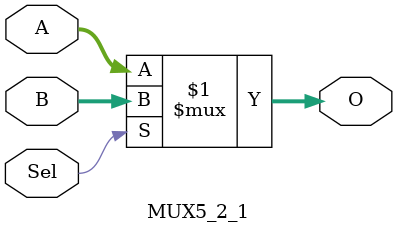
<source format=v>
`timescale 1ns / 1ps
module MUX5_2_1(
        input [4:0] A , B ,
        input Sel ,
        output [4:0] O
    );

    assign O = Sel ? B : A;

endmodule

</source>
